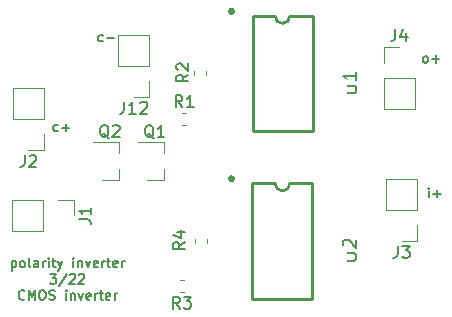
<source format=gto>
G04 #@! TF.GenerationSoftware,KiCad,Pcbnew,(5.1.5-0)*
G04 #@! TF.CreationDate,2022-03-29T15:48:06-06:00*
G04 #@! TF.ProjectId,polarity_swap,706f6c61-7269-4747-995f-737761702e6b,1*
G04 #@! TF.SameCoordinates,Original*
G04 #@! TF.FileFunction,Legend,Top*
G04 #@! TF.FilePolarity,Positive*
%FSLAX46Y46*%
G04 Gerber Fmt 4.6, Leading zero omitted, Abs format (unit mm)*
G04 Created by KiCad (PCBNEW (5.1.5-0)) date 2022-03-29 15:48:06*
%MOMM*%
%LPD*%
G04 APERTURE LIST*
%ADD10C,0.152400*%
%ADD11C,0.120000*%
%ADD12C,0.254000*%
%ADD13C,0.150000*%
%ADD14C,0.152000*%
%ADD15O,1.700000X1.700000*%
%ADD16R,1.700000X1.700000*%
%ADD17R,2.200000X1.600000*%
%ADD18R,0.900000X0.800000*%
G04 APERTURE END LIST*
D10*
X-42421980Y-19554228D02*
X-42421980Y-20367028D01*
X-42421980Y-19592933D02*
X-42344571Y-19554228D01*
X-42189752Y-19554228D01*
X-42112342Y-19592933D01*
X-42073638Y-19631638D01*
X-42034933Y-19709047D01*
X-42034933Y-19941276D01*
X-42073638Y-20018685D01*
X-42112342Y-20057390D01*
X-42189752Y-20096095D01*
X-42344571Y-20096095D01*
X-42421980Y-20057390D01*
X-41570476Y-20096095D02*
X-41647885Y-20057390D01*
X-41686590Y-20018685D01*
X-41725295Y-19941276D01*
X-41725295Y-19709047D01*
X-41686590Y-19631638D01*
X-41647885Y-19592933D01*
X-41570476Y-19554228D01*
X-41454361Y-19554228D01*
X-41376952Y-19592933D01*
X-41338247Y-19631638D01*
X-41299542Y-19709047D01*
X-41299542Y-19941276D01*
X-41338247Y-20018685D01*
X-41376952Y-20057390D01*
X-41454361Y-20096095D01*
X-41570476Y-20096095D01*
X-40835085Y-20096095D02*
X-40912495Y-20057390D01*
X-40951200Y-19979980D01*
X-40951200Y-19283295D01*
X-40177104Y-20096095D02*
X-40177104Y-19670342D01*
X-40215809Y-19592933D01*
X-40293219Y-19554228D01*
X-40448038Y-19554228D01*
X-40525447Y-19592933D01*
X-40177104Y-20057390D02*
X-40254514Y-20096095D01*
X-40448038Y-20096095D01*
X-40525447Y-20057390D01*
X-40564152Y-19979980D01*
X-40564152Y-19902571D01*
X-40525447Y-19825161D01*
X-40448038Y-19786457D01*
X-40254514Y-19786457D01*
X-40177104Y-19747752D01*
X-39790057Y-20096095D02*
X-39790057Y-19554228D01*
X-39790057Y-19709047D02*
X-39751352Y-19631638D01*
X-39712647Y-19592933D01*
X-39635238Y-19554228D01*
X-39557828Y-19554228D01*
X-39286895Y-20096095D02*
X-39286895Y-19554228D01*
X-39286895Y-19283295D02*
X-39325600Y-19322000D01*
X-39286895Y-19360704D01*
X-39248190Y-19322000D01*
X-39286895Y-19283295D01*
X-39286895Y-19360704D01*
X-39015961Y-19554228D02*
X-38706323Y-19554228D01*
X-38899847Y-19283295D02*
X-38899847Y-19979980D01*
X-38861142Y-20057390D01*
X-38783733Y-20096095D01*
X-38706323Y-20096095D01*
X-38512800Y-19554228D02*
X-38319276Y-20096095D01*
X-38125752Y-19554228D02*
X-38319276Y-20096095D01*
X-38396685Y-20289619D01*
X-38435390Y-20328323D01*
X-38512800Y-20367028D01*
X-37196838Y-20096095D02*
X-37196838Y-19554228D01*
X-37196838Y-19283295D02*
X-37235542Y-19322000D01*
X-37196838Y-19360704D01*
X-37158133Y-19322000D01*
X-37196838Y-19283295D01*
X-37196838Y-19360704D01*
X-36809790Y-19554228D02*
X-36809790Y-20096095D01*
X-36809790Y-19631638D02*
X-36771085Y-19592933D01*
X-36693676Y-19554228D01*
X-36577561Y-19554228D01*
X-36500152Y-19592933D01*
X-36461447Y-19670342D01*
X-36461447Y-20096095D01*
X-36151809Y-19554228D02*
X-35958285Y-20096095D01*
X-35764761Y-19554228D01*
X-35145485Y-20057390D02*
X-35222895Y-20096095D01*
X-35377714Y-20096095D01*
X-35455123Y-20057390D01*
X-35493828Y-19979980D01*
X-35493828Y-19670342D01*
X-35455123Y-19592933D01*
X-35377714Y-19554228D01*
X-35222895Y-19554228D01*
X-35145485Y-19592933D01*
X-35106780Y-19670342D01*
X-35106780Y-19747752D01*
X-35493828Y-19825161D01*
X-34758438Y-20096095D02*
X-34758438Y-19554228D01*
X-34758438Y-19709047D02*
X-34719733Y-19631638D01*
X-34681028Y-19592933D01*
X-34603619Y-19554228D01*
X-34526209Y-19554228D01*
X-34371390Y-19554228D02*
X-34061752Y-19554228D01*
X-34255276Y-19283295D02*
X-34255276Y-19979980D01*
X-34216571Y-20057390D01*
X-34139161Y-20096095D01*
X-34061752Y-20096095D01*
X-33481180Y-20057390D02*
X-33558590Y-20096095D01*
X-33713409Y-20096095D01*
X-33790819Y-20057390D01*
X-33829523Y-19979980D01*
X-33829523Y-19670342D01*
X-33790819Y-19592933D01*
X-33713409Y-19554228D01*
X-33558590Y-19554228D01*
X-33481180Y-19592933D01*
X-33442476Y-19670342D01*
X-33442476Y-19747752D01*
X-33829523Y-19825161D01*
X-33094133Y-20096095D02*
X-33094133Y-19554228D01*
X-33094133Y-19709047D02*
X-33055428Y-19631638D01*
X-33016723Y-19592933D01*
X-32939314Y-19554228D01*
X-32861904Y-19554228D01*
X-39170780Y-20654895D02*
X-38667619Y-20654895D01*
X-38938552Y-20964533D01*
X-38822438Y-20964533D01*
X-38745028Y-21003238D01*
X-38706323Y-21041942D01*
X-38667619Y-21119352D01*
X-38667619Y-21312876D01*
X-38706323Y-21390285D01*
X-38745028Y-21428990D01*
X-38822438Y-21467695D01*
X-39054666Y-21467695D01*
X-39132076Y-21428990D01*
X-39170780Y-21390285D01*
X-37738704Y-20616190D02*
X-38435390Y-21661219D01*
X-37506476Y-20732304D02*
X-37467771Y-20693600D01*
X-37390361Y-20654895D01*
X-37196838Y-20654895D01*
X-37119428Y-20693600D01*
X-37080723Y-20732304D01*
X-37042019Y-20809714D01*
X-37042019Y-20887123D01*
X-37080723Y-21003238D01*
X-37545180Y-21467695D01*
X-37042019Y-21467695D01*
X-36732380Y-20732304D02*
X-36693676Y-20693600D01*
X-36616266Y-20654895D01*
X-36422742Y-20654895D01*
X-36345333Y-20693600D01*
X-36306628Y-20732304D01*
X-36267923Y-20809714D01*
X-36267923Y-20887123D01*
X-36306628Y-21003238D01*
X-36771085Y-21467695D01*
X-36267923Y-21467695D01*
X-41338247Y-22761885D02*
X-41376952Y-22800590D01*
X-41493066Y-22839295D01*
X-41570476Y-22839295D01*
X-41686590Y-22800590D01*
X-41763999Y-22723180D01*
X-41802704Y-22645771D01*
X-41841409Y-22490952D01*
X-41841409Y-22374838D01*
X-41802704Y-22220019D01*
X-41763999Y-22142609D01*
X-41686590Y-22065200D01*
X-41570476Y-22026495D01*
X-41493066Y-22026495D01*
X-41376952Y-22065200D01*
X-41338247Y-22103904D01*
X-40989904Y-22839295D02*
X-40989904Y-22026495D01*
X-40718971Y-22607066D01*
X-40448038Y-22026495D01*
X-40448038Y-22839295D01*
X-39906171Y-22026495D02*
X-39751352Y-22026495D01*
X-39673942Y-22065200D01*
X-39596533Y-22142609D01*
X-39557828Y-22297428D01*
X-39557828Y-22568361D01*
X-39596533Y-22723180D01*
X-39673942Y-22800590D01*
X-39751352Y-22839295D01*
X-39906171Y-22839295D01*
X-39983580Y-22800590D01*
X-40060990Y-22723180D01*
X-40099695Y-22568361D01*
X-40099695Y-22297428D01*
X-40060990Y-22142609D01*
X-39983580Y-22065200D01*
X-39906171Y-22026495D01*
X-39248190Y-22800590D02*
X-39132076Y-22839295D01*
X-38938552Y-22839295D01*
X-38861142Y-22800590D01*
X-38822438Y-22761885D01*
X-38783733Y-22684476D01*
X-38783733Y-22607066D01*
X-38822438Y-22529657D01*
X-38861142Y-22490952D01*
X-38938552Y-22452247D01*
X-39093371Y-22413542D01*
X-39170780Y-22374838D01*
X-39209485Y-22336133D01*
X-39248190Y-22258723D01*
X-39248190Y-22181314D01*
X-39209485Y-22103904D01*
X-39170780Y-22065200D01*
X-39093371Y-22026495D01*
X-38899847Y-22026495D01*
X-38783733Y-22065200D01*
X-37816114Y-22839295D02*
X-37816114Y-22297428D01*
X-37816114Y-22026495D02*
X-37854819Y-22065200D01*
X-37816114Y-22103904D01*
X-37777409Y-22065200D01*
X-37816114Y-22026495D01*
X-37816114Y-22103904D01*
X-37429066Y-22297428D02*
X-37429066Y-22839295D01*
X-37429066Y-22374838D02*
X-37390361Y-22336133D01*
X-37312952Y-22297428D01*
X-37196838Y-22297428D01*
X-37119428Y-22336133D01*
X-37080723Y-22413542D01*
X-37080723Y-22839295D01*
X-36771085Y-22297428D02*
X-36577561Y-22839295D01*
X-36384038Y-22297428D01*
X-35764761Y-22800590D02*
X-35842171Y-22839295D01*
X-35996990Y-22839295D01*
X-36074400Y-22800590D01*
X-36113104Y-22723180D01*
X-36113104Y-22413542D01*
X-36074400Y-22336133D01*
X-35996990Y-22297428D01*
X-35842171Y-22297428D01*
X-35764761Y-22336133D01*
X-35726057Y-22413542D01*
X-35726057Y-22490952D01*
X-36113104Y-22568361D01*
X-35377714Y-22839295D02*
X-35377714Y-22297428D01*
X-35377714Y-22452247D02*
X-35339009Y-22374838D01*
X-35300304Y-22336133D01*
X-35222895Y-22297428D01*
X-35145485Y-22297428D01*
X-34990666Y-22297428D02*
X-34681028Y-22297428D01*
X-34874552Y-22026495D02*
X-34874552Y-22723180D01*
X-34835847Y-22800590D01*
X-34758438Y-22839295D01*
X-34681028Y-22839295D01*
X-34100457Y-22800590D02*
X-34177866Y-22839295D01*
X-34332685Y-22839295D01*
X-34410095Y-22800590D01*
X-34448800Y-22723180D01*
X-34448800Y-22413542D01*
X-34410095Y-22336133D01*
X-34332685Y-22297428D01*
X-34177866Y-22297428D01*
X-34100457Y-22336133D01*
X-34061752Y-22413542D01*
X-34061752Y-22490952D01*
X-34448800Y-22568361D01*
X-33713409Y-22839295D02*
X-33713409Y-22297428D01*
X-33713409Y-22452247D02*
X-33674704Y-22374838D01*
X-33636000Y-22336133D01*
X-33558590Y-22297428D01*
X-33481180Y-22297428D01*
X-7103161Y-14167695D02*
X-7103161Y-13625828D01*
X-7103161Y-13354895D02*
X-7141866Y-13393600D01*
X-7103161Y-13432304D01*
X-7064457Y-13393600D01*
X-7103161Y-13354895D01*
X-7103161Y-13432304D01*
X-6716114Y-13858057D02*
X-6096838Y-13858057D01*
X-6406476Y-14167695D02*
X-6406476Y-13548419D01*
X-7461219Y-2767695D02*
X-7538628Y-2728990D01*
X-7577333Y-2690285D01*
X-7616038Y-2612876D01*
X-7616038Y-2380647D01*
X-7577333Y-2303238D01*
X-7538628Y-2264533D01*
X-7461219Y-2225828D01*
X-7345104Y-2225828D01*
X-7267695Y-2264533D01*
X-7228990Y-2303238D01*
X-7190285Y-2380647D01*
X-7190285Y-2612876D01*
X-7228990Y-2690285D01*
X-7267695Y-2728990D01*
X-7345104Y-2767695D01*
X-7461219Y-2767695D01*
X-6841942Y-2458057D02*
X-6222666Y-2458057D01*
X-6532304Y-2767695D02*
X-6532304Y-2148419D01*
X-34709638Y-928990D02*
X-34787047Y-967695D01*
X-34941866Y-967695D01*
X-35019276Y-928990D01*
X-35057980Y-890285D01*
X-35096685Y-812876D01*
X-35096685Y-580647D01*
X-35057980Y-503238D01*
X-35019276Y-464533D01*
X-34941866Y-425828D01*
X-34787047Y-425828D01*
X-34709638Y-464533D01*
X-34361295Y-658057D02*
X-33742019Y-658057D01*
X-38509638Y-8528990D02*
X-38587047Y-8567695D01*
X-38741866Y-8567695D01*
X-38819276Y-8528990D01*
X-38857980Y-8490285D01*
X-38896685Y-8412876D01*
X-38896685Y-8180647D01*
X-38857980Y-8103238D01*
X-38819276Y-8064533D01*
X-38741866Y-8025828D01*
X-38587047Y-8025828D01*
X-38509638Y-8064533D01*
X-38161295Y-8258057D02*
X-37542019Y-8258057D01*
X-37851657Y-8567695D02*
X-37851657Y-7948419D01*
D11*
X-10930000Y-1470000D02*
X-9600000Y-1470000D01*
X-10930000Y-2800000D02*
X-10930000Y-1470000D01*
X-10930000Y-4070000D02*
X-8270000Y-4070000D01*
X-8270000Y-4070000D02*
X-8270000Y-6670000D01*
X-10930000Y-4070000D02*
X-10930000Y-6670000D01*
X-10930000Y-6670000D02*
X-8270000Y-6670000D01*
X-8070000Y-17830000D02*
X-9400000Y-17830000D01*
X-8070000Y-16500000D02*
X-8070000Y-17830000D01*
X-8070000Y-15230000D02*
X-10730000Y-15230000D01*
X-10730000Y-15230000D02*
X-10730000Y-12630000D01*
X-8070000Y-15230000D02*
X-8070000Y-12630000D01*
X-8070000Y-12630000D02*
X-10730000Y-12630000D01*
X-39670000Y-10130000D02*
X-41000000Y-10130000D01*
X-39670000Y-8800000D02*
X-39670000Y-10130000D01*
X-39670000Y-7530000D02*
X-42330000Y-7530000D01*
X-42330000Y-7530000D02*
X-42330000Y-4930000D01*
X-39670000Y-7530000D02*
X-39670000Y-4930000D01*
X-39670000Y-4930000D02*
X-42330000Y-4930000D01*
X-37170000Y-14370000D02*
X-37170000Y-15700000D01*
X-38500000Y-14370000D02*
X-37170000Y-14370000D01*
X-39770000Y-14370000D02*
X-39770000Y-17030000D01*
X-39770000Y-17030000D02*
X-42370000Y-17030000D01*
X-39770000Y-14370000D02*
X-42370000Y-14370000D01*
X-42370000Y-14370000D02*
X-42370000Y-17030000D01*
D12*
X-23638000Y-12593000D02*
G75*
G03X-23638000Y-12593000I-180000J0D01*
G01*
X-20135000Y-12974000D02*
G75*
G03X-18865000Y-12974000I635000J0D01*
G01*
X-22040000Y-12974000D02*
X-20135000Y-12974000D01*
X-22040000Y-22753000D02*
X-22040000Y-12974000D01*
X-16960000Y-22753000D02*
X-22040000Y-22753000D01*
X-16960000Y-12974000D02*
X-16960000Y-22753000D01*
X-18865000Y-12974000D02*
X-16960000Y-12974000D01*
X-23629000Y1582001D02*
G75*
G03X-23629000Y1582001I-180000J0D01*
G01*
X-20126000Y1201001D02*
G75*
G03X-18856000Y1201001I635000J0D01*
G01*
X-22031000Y1201001D02*
X-20126000Y1201001D01*
X-22031000Y-8577999D02*
X-22031000Y1201001D01*
X-16951000Y-8577999D02*
X-22031000Y-8577999D01*
X-16951000Y1201001D02*
X-16951000Y-8577999D01*
X-18856000Y1201001D02*
X-16951000Y1201001D01*
D11*
X-26910000Y-17653733D02*
X-26910000Y-17996267D01*
X-25890000Y-17653733D02*
X-25890000Y-17996267D01*
X-27853733Y-21190000D02*
X-28196267Y-21190000D01*
X-27853733Y-22210000D02*
X-28196267Y-22210000D01*
X-25990000Y-3771267D02*
X-25990000Y-3428733D01*
X-27010000Y-3771267D02*
X-27010000Y-3428733D01*
X-27971267Y-8010000D02*
X-27628733Y-8010000D01*
X-27971267Y-6990000D02*
X-27628733Y-6990000D01*
X-33340000Y-12680000D02*
X-34800000Y-12680000D01*
X-33340000Y-9520000D02*
X-35500000Y-9520000D01*
X-33340000Y-9520000D02*
X-33340000Y-10450000D01*
X-33340000Y-12680000D02*
X-33340000Y-11750000D01*
X-29540000Y-12680000D02*
X-31000000Y-12680000D01*
X-29540000Y-9520000D02*
X-31700000Y-9520000D01*
X-29540000Y-9520000D02*
X-29540000Y-10450000D01*
X-29540000Y-12680000D02*
X-29540000Y-11750000D01*
X-30770000Y-5630000D02*
X-32100000Y-5630000D01*
X-30770000Y-4300000D02*
X-30770000Y-5630000D01*
X-30770000Y-3030000D02*
X-33430000Y-3030000D01*
X-33430000Y-3030000D02*
X-33430000Y-430000D01*
X-30770000Y-3030000D02*
X-30770000Y-430000D01*
X-30770000Y-430000D02*
X-33430000Y-430000D01*
D13*
X-9933333Y77619D02*
X-9933333Y-636666D01*
X-9980952Y-779523D01*
X-10076190Y-874761D01*
X-10219047Y-922380D01*
X-10314285Y-922380D01*
X-9028571Y-255714D02*
X-9028571Y-922380D01*
X-9266666Y125238D02*
X-9504761Y-589047D01*
X-8885714Y-589047D01*
X-9733333Y-18282380D02*
X-9733333Y-18996666D01*
X-9780952Y-19139523D01*
X-9876190Y-19234761D01*
X-10019047Y-19282380D01*
X-10114285Y-19282380D01*
X-9352380Y-18282380D02*
X-8733333Y-18282380D01*
X-9066666Y-18663333D01*
X-8923809Y-18663333D01*
X-8828571Y-18710952D01*
X-8780952Y-18758571D01*
X-8733333Y-18853809D01*
X-8733333Y-19091904D01*
X-8780952Y-19187142D01*
X-8828571Y-19234761D01*
X-8923809Y-19282380D01*
X-9209523Y-19282380D01*
X-9304761Y-19234761D01*
X-9352380Y-19187142D01*
X-41333333Y-10582380D02*
X-41333333Y-11296666D01*
X-41380952Y-11439523D01*
X-41476190Y-11534761D01*
X-41619047Y-11582380D01*
X-41714285Y-11582380D01*
X-40904761Y-10677619D02*
X-40857142Y-10630000D01*
X-40761904Y-10582380D01*
X-40523809Y-10582380D01*
X-40428571Y-10630000D01*
X-40380952Y-10677619D01*
X-40333333Y-10772857D01*
X-40333333Y-10868095D01*
X-40380952Y-11010952D01*
X-40952380Y-11582380D01*
X-40333333Y-11582380D01*
X-36717619Y-16033333D02*
X-36003333Y-16033333D01*
X-35860476Y-16080952D01*
X-35765238Y-16176190D01*
X-35717619Y-16319047D01*
X-35717619Y-16414285D01*
X-35717619Y-15033333D02*
X-35717619Y-15604761D01*
X-35717619Y-15319047D02*
X-36717619Y-15319047D01*
X-36574761Y-15414285D01*
X-36479523Y-15509523D01*
X-36431904Y-15604761D01*
D14*
X-14384928Y-19531657D02*
X-13459642Y-19531657D01*
X-13350785Y-19477228D01*
X-13296357Y-19422800D01*
X-13241928Y-19313942D01*
X-13241928Y-19096228D01*
X-13296357Y-18987371D01*
X-13350785Y-18932942D01*
X-13459642Y-18878514D01*
X-14384928Y-18878514D01*
X-14276071Y-18388657D02*
X-14330500Y-18334228D01*
X-14384928Y-18225371D01*
X-14384928Y-17953228D01*
X-14330500Y-17844371D01*
X-14276071Y-17789942D01*
X-14167214Y-17735514D01*
X-14058357Y-17735514D01*
X-13895071Y-17789942D01*
X-13241928Y-18443085D01*
X-13241928Y-17735514D01*
X-14375928Y-5356656D02*
X-13450642Y-5356656D01*
X-13341785Y-5302227D01*
X-13287357Y-5247799D01*
X-13232928Y-5138941D01*
X-13232928Y-4921227D01*
X-13287357Y-4812370D01*
X-13341785Y-4757941D01*
X-13450642Y-4703513D01*
X-14375928Y-4703513D01*
X-13232928Y-3560513D02*
X-13232928Y-4213656D01*
X-13232928Y-3887084D02*
X-14375928Y-3887084D01*
X-14212642Y-3995941D01*
X-14103785Y-4104799D01*
X-14049357Y-4213656D01*
D13*
X-27747619Y-17966666D02*
X-28223809Y-18300000D01*
X-27747619Y-18538095D02*
X-28747619Y-18538095D01*
X-28747619Y-18157142D01*
X-28700000Y-18061904D01*
X-28652380Y-18014285D01*
X-28557142Y-17966666D01*
X-28414285Y-17966666D01*
X-28319047Y-18014285D01*
X-28271428Y-18061904D01*
X-28223809Y-18157142D01*
X-28223809Y-18538095D01*
X-28414285Y-17109523D02*
X-27747619Y-17109523D01*
X-28795238Y-17347619D02*
X-28080952Y-17585714D01*
X-28080952Y-16966666D01*
X-28191666Y-23582380D02*
X-28525000Y-23106190D01*
X-28763095Y-23582380D02*
X-28763095Y-22582380D01*
X-28382142Y-22582380D01*
X-28286904Y-22630000D01*
X-28239285Y-22677619D01*
X-28191666Y-22772857D01*
X-28191666Y-22915714D01*
X-28239285Y-23010952D01*
X-28286904Y-23058571D01*
X-28382142Y-23106190D01*
X-28763095Y-23106190D01*
X-27858333Y-22582380D02*
X-27239285Y-22582380D01*
X-27572619Y-22963333D01*
X-27429761Y-22963333D01*
X-27334523Y-23010952D01*
X-27286904Y-23058571D01*
X-27239285Y-23153809D01*
X-27239285Y-23391904D01*
X-27286904Y-23487142D01*
X-27334523Y-23534761D01*
X-27429761Y-23582380D01*
X-27715476Y-23582380D01*
X-27810714Y-23534761D01*
X-27858333Y-23487142D01*
X-27477619Y-3766666D02*
X-27953809Y-4100000D01*
X-27477619Y-4338095D02*
X-28477619Y-4338095D01*
X-28477619Y-3957142D01*
X-28430000Y-3861904D01*
X-28382380Y-3814285D01*
X-28287142Y-3766666D01*
X-28144285Y-3766666D01*
X-28049047Y-3814285D01*
X-28001428Y-3861904D01*
X-27953809Y-3957142D01*
X-27953809Y-4338095D01*
X-28382380Y-3385714D02*
X-28430000Y-3338095D01*
X-28477619Y-3242857D01*
X-28477619Y-3004761D01*
X-28430000Y-2909523D01*
X-28382380Y-2861904D01*
X-28287142Y-2814285D01*
X-28191904Y-2814285D01*
X-28049047Y-2861904D01*
X-27477619Y-3433333D01*
X-27477619Y-2814285D01*
X-27966666Y-6522380D02*
X-28300000Y-6046190D01*
X-28538095Y-6522380D02*
X-28538095Y-5522380D01*
X-28157142Y-5522380D01*
X-28061904Y-5570000D01*
X-28014285Y-5617619D01*
X-27966666Y-5712857D01*
X-27966666Y-5855714D01*
X-28014285Y-5950952D01*
X-28061904Y-5998571D01*
X-28157142Y-6046190D01*
X-28538095Y-6046190D01*
X-27014285Y-6522380D02*
X-27585714Y-6522380D01*
X-27300000Y-6522380D02*
X-27300000Y-5522380D01*
X-27395238Y-5665238D01*
X-27490476Y-5760476D01*
X-27585714Y-5808095D01*
X-34195238Y-9147619D02*
X-34290476Y-9100000D01*
X-34385714Y-9004761D01*
X-34528571Y-8861904D01*
X-34623809Y-8814285D01*
X-34719047Y-8814285D01*
X-34671428Y-9052380D02*
X-34766666Y-9004761D01*
X-34861904Y-8909523D01*
X-34909523Y-8719047D01*
X-34909523Y-8385714D01*
X-34861904Y-8195238D01*
X-34766666Y-8100000D01*
X-34671428Y-8052380D01*
X-34480952Y-8052380D01*
X-34385714Y-8100000D01*
X-34290476Y-8195238D01*
X-34242857Y-8385714D01*
X-34242857Y-8719047D01*
X-34290476Y-8909523D01*
X-34385714Y-9004761D01*
X-34480952Y-9052380D01*
X-34671428Y-9052380D01*
X-33861904Y-8147619D02*
X-33814285Y-8100000D01*
X-33719047Y-8052380D01*
X-33480952Y-8052380D01*
X-33385714Y-8100000D01*
X-33338095Y-8147619D01*
X-33290476Y-8242857D01*
X-33290476Y-8338095D01*
X-33338095Y-8480952D01*
X-33909523Y-9052380D01*
X-33290476Y-9052380D01*
X-30395238Y-9147619D02*
X-30490476Y-9100000D01*
X-30585714Y-9004761D01*
X-30728571Y-8861904D01*
X-30823809Y-8814285D01*
X-30919047Y-8814285D01*
X-30871428Y-9052380D02*
X-30966666Y-9004761D01*
X-31061904Y-8909523D01*
X-31109523Y-8719047D01*
X-31109523Y-8385714D01*
X-31061904Y-8195238D01*
X-30966666Y-8100000D01*
X-30871428Y-8052380D01*
X-30680952Y-8052380D01*
X-30585714Y-8100000D01*
X-30490476Y-8195238D01*
X-30442857Y-8385714D01*
X-30442857Y-8719047D01*
X-30490476Y-8909523D01*
X-30585714Y-9004761D01*
X-30680952Y-9052380D01*
X-30871428Y-9052380D01*
X-29490476Y-9052380D02*
X-30061904Y-9052380D01*
X-29776190Y-9052380D02*
X-29776190Y-8052380D01*
X-29871428Y-8195238D01*
X-29966666Y-8290476D01*
X-30061904Y-8338095D01*
X-32909523Y-6082380D02*
X-32909523Y-6796666D01*
X-32957142Y-6939523D01*
X-33052380Y-7034761D01*
X-33195238Y-7082380D01*
X-33290476Y-7082380D01*
X-31909523Y-7082380D02*
X-32480952Y-7082380D01*
X-32195238Y-7082380D02*
X-32195238Y-6082380D01*
X-32290476Y-6225238D01*
X-32385714Y-6320476D01*
X-32480952Y-6368095D01*
X-31528571Y-6177619D02*
X-31480952Y-6130000D01*
X-31385714Y-6082380D01*
X-31147619Y-6082380D01*
X-31052380Y-6130000D01*
X-31004761Y-6177619D01*
X-30957142Y-6272857D01*
X-30957142Y-6368095D01*
X-31004761Y-6510952D01*
X-31576190Y-7082380D01*
X-30957142Y-7082380D01*
%LPC*%
D15*
X-9600000Y-5340000D03*
D16*
X-9600000Y-2800000D03*
D15*
X-9400000Y-13960000D03*
D16*
X-9400000Y-16500000D03*
D15*
X-41000000Y-6260000D03*
D16*
X-41000000Y-8800000D03*
D15*
X-41040000Y-15700000D03*
D16*
X-38500000Y-15700000D03*
D17*
X-23850000Y-13990000D03*
X-23850000Y-16530000D03*
X-15150000Y-19070000D03*
X-23850000Y-21610000D03*
X-15150000Y-21610000D03*
X-15150000Y-16530000D03*
X-15150000Y-13990000D03*
X-23850000Y-19070000D03*
X-23841000Y185001D03*
X-23841000Y-2354999D03*
X-15141000Y-4894999D03*
X-23841000Y-7434999D03*
X-15141000Y-7434999D03*
X-15141000Y-2354999D03*
X-15141000Y185001D03*
X-23841000Y-4894999D03*
D10*
G36*
X-26139221Y-18176144D02*
G01*
X-26116166Y-18179563D01*
X-26093557Y-18185227D01*
X-26071613Y-18193079D01*
X-26050543Y-18203044D01*
X-26030552Y-18215026D01*
X-26011832Y-18228910D01*
X-25994562Y-18244562D01*
X-25978910Y-18261832D01*
X-25965026Y-18280552D01*
X-25953044Y-18300543D01*
X-25943079Y-18321613D01*
X-25935227Y-18343557D01*
X-25929563Y-18366166D01*
X-25926144Y-18389221D01*
X-25925000Y-18412500D01*
X-25925000Y-18987500D01*
X-25926144Y-19010779D01*
X-25929563Y-19033834D01*
X-25935227Y-19056443D01*
X-25943079Y-19078387D01*
X-25953044Y-19099457D01*
X-25965026Y-19119448D01*
X-25978910Y-19138168D01*
X-25994562Y-19155438D01*
X-26011832Y-19171090D01*
X-26030552Y-19184974D01*
X-26050543Y-19196956D01*
X-26071613Y-19206921D01*
X-26093557Y-19214773D01*
X-26116166Y-19220437D01*
X-26139221Y-19223856D01*
X-26162500Y-19225000D01*
X-26637500Y-19225000D01*
X-26660779Y-19223856D01*
X-26683834Y-19220437D01*
X-26706443Y-19214773D01*
X-26728387Y-19206921D01*
X-26749457Y-19196956D01*
X-26769448Y-19184974D01*
X-26788168Y-19171090D01*
X-26805438Y-19155438D01*
X-26821090Y-19138168D01*
X-26834974Y-19119448D01*
X-26846956Y-19099457D01*
X-26856921Y-19078387D01*
X-26864773Y-19056443D01*
X-26870437Y-19033834D01*
X-26873856Y-19010779D01*
X-26875000Y-18987500D01*
X-26875000Y-18412500D01*
X-26873856Y-18389221D01*
X-26870437Y-18366166D01*
X-26864773Y-18343557D01*
X-26856921Y-18321613D01*
X-26846956Y-18300543D01*
X-26834974Y-18280552D01*
X-26821090Y-18261832D01*
X-26805438Y-18244562D01*
X-26788168Y-18228910D01*
X-26769448Y-18215026D01*
X-26749457Y-18203044D01*
X-26728387Y-18193079D01*
X-26706443Y-18185227D01*
X-26683834Y-18179563D01*
X-26660779Y-18176144D01*
X-26637500Y-18175000D01*
X-26162500Y-18175000D01*
X-26139221Y-18176144D01*
G37*
G36*
X-26139221Y-16426144D02*
G01*
X-26116166Y-16429563D01*
X-26093557Y-16435227D01*
X-26071613Y-16443079D01*
X-26050543Y-16453044D01*
X-26030552Y-16465026D01*
X-26011832Y-16478910D01*
X-25994562Y-16494562D01*
X-25978910Y-16511832D01*
X-25965026Y-16530552D01*
X-25953044Y-16550543D01*
X-25943079Y-16571613D01*
X-25935227Y-16593557D01*
X-25929563Y-16616166D01*
X-25926144Y-16639221D01*
X-25925000Y-16662500D01*
X-25925000Y-17237500D01*
X-25926144Y-17260779D01*
X-25929563Y-17283834D01*
X-25935227Y-17306443D01*
X-25943079Y-17328387D01*
X-25953044Y-17349457D01*
X-25965026Y-17369448D01*
X-25978910Y-17388168D01*
X-25994562Y-17405438D01*
X-26011832Y-17421090D01*
X-26030552Y-17434974D01*
X-26050543Y-17446956D01*
X-26071613Y-17456921D01*
X-26093557Y-17464773D01*
X-26116166Y-17470437D01*
X-26139221Y-17473856D01*
X-26162500Y-17475000D01*
X-26637500Y-17475000D01*
X-26660779Y-17473856D01*
X-26683834Y-17470437D01*
X-26706443Y-17464773D01*
X-26728387Y-17456921D01*
X-26749457Y-17446956D01*
X-26769448Y-17434974D01*
X-26788168Y-17421090D01*
X-26805438Y-17405438D01*
X-26821090Y-17388168D01*
X-26834974Y-17369448D01*
X-26846956Y-17349457D01*
X-26856921Y-17328387D01*
X-26864773Y-17306443D01*
X-26870437Y-17283834D01*
X-26873856Y-17260779D01*
X-26875000Y-17237500D01*
X-26875000Y-16662500D01*
X-26873856Y-16639221D01*
X-26870437Y-16616166D01*
X-26864773Y-16593557D01*
X-26856921Y-16571613D01*
X-26846956Y-16550543D01*
X-26834974Y-16530552D01*
X-26821090Y-16511832D01*
X-26805438Y-16494562D01*
X-26788168Y-16478910D01*
X-26769448Y-16465026D01*
X-26749457Y-16453044D01*
X-26728387Y-16443079D01*
X-26706443Y-16435227D01*
X-26683834Y-16429563D01*
X-26660779Y-16426144D01*
X-26637500Y-16425000D01*
X-26162500Y-16425000D01*
X-26139221Y-16426144D01*
G37*
G36*
X-28589221Y-21226144D02*
G01*
X-28566166Y-21229563D01*
X-28543557Y-21235227D01*
X-28521613Y-21243079D01*
X-28500543Y-21253044D01*
X-28480552Y-21265026D01*
X-28461832Y-21278910D01*
X-28444562Y-21294562D01*
X-28428910Y-21311832D01*
X-28415026Y-21330552D01*
X-28403044Y-21350543D01*
X-28393079Y-21371613D01*
X-28385227Y-21393557D01*
X-28379563Y-21416166D01*
X-28376144Y-21439221D01*
X-28375000Y-21462500D01*
X-28375000Y-21937500D01*
X-28376144Y-21960779D01*
X-28379563Y-21983834D01*
X-28385227Y-22006443D01*
X-28393079Y-22028387D01*
X-28403044Y-22049457D01*
X-28415026Y-22069448D01*
X-28428910Y-22088168D01*
X-28444562Y-22105438D01*
X-28461832Y-22121090D01*
X-28480552Y-22134974D01*
X-28500543Y-22146956D01*
X-28521613Y-22156921D01*
X-28543557Y-22164773D01*
X-28566166Y-22170437D01*
X-28589221Y-22173856D01*
X-28612500Y-22175000D01*
X-29187500Y-22175000D01*
X-29210779Y-22173856D01*
X-29233834Y-22170437D01*
X-29256443Y-22164773D01*
X-29278387Y-22156921D01*
X-29299457Y-22146956D01*
X-29319448Y-22134974D01*
X-29338168Y-22121090D01*
X-29355438Y-22105438D01*
X-29371090Y-22088168D01*
X-29384974Y-22069448D01*
X-29396956Y-22049457D01*
X-29406921Y-22028387D01*
X-29414773Y-22006443D01*
X-29420437Y-21983834D01*
X-29423856Y-21960779D01*
X-29425000Y-21937500D01*
X-29425000Y-21462500D01*
X-29423856Y-21439221D01*
X-29420437Y-21416166D01*
X-29414773Y-21393557D01*
X-29406921Y-21371613D01*
X-29396956Y-21350543D01*
X-29384974Y-21330552D01*
X-29371090Y-21311832D01*
X-29355438Y-21294562D01*
X-29338168Y-21278910D01*
X-29319448Y-21265026D01*
X-29299457Y-21253044D01*
X-29278387Y-21243079D01*
X-29256443Y-21235227D01*
X-29233834Y-21229563D01*
X-29210779Y-21226144D01*
X-29187500Y-21225000D01*
X-28612500Y-21225000D01*
X-28589221Y-21226144D01*
G37*
G36*
X-26839221Y-21226144D02*
G01*
X-26816166Y-21229563D01*
X-26793557Y-21235227D01*
X-26771613Y-21243079D01*
X-26750543Y-21253044D01*
X-26730552Y-21265026D01*
X-26711832Y-21278910D01*
X-26694562Y-21294562D01*
X-26678910Y-21311832D01*
X-26665026Y-21330552D01*
X-26653044Y-21350543D01*
X-26643079Y-21371613D01*
X-26635227Y-21393557D01*
X-26629563Y-21416166D01*
X-26626144Y-21439221D01*
X-26625000Y-21462500D01*
X-26625000Y-21937500D01*
X-26626144Y-21960779D01*
X-26629563Y-21983834D01*
X-26635227Y-22006443D01*
X-26643079Y-22028387D01*
X-26653044Y-22049457D01*
X-26665026Y-22069448D01*
X-26678910Y-22088168D01*
X-26694562Y-22105438D01*
X-26711832Y-22121090D01*
X-26730552Y-22134974D01*
X-26750543Y-22146956D01*
X-26771613Y-22156921D01*
X-26793557Y-22164773D01*
X-26816166Y-22170437D01*
X-26839221Y-22173856D01*
X-26862500Y-22175000D01*
X-27437500Y-22175000D01*
X-27460779Y-22173856D01*
X-27483834Y-22170437D01*
X-27506443Y-22164773D01*
X-27528387Y-22156921D01*
X-27549457Y-22146956D01*
X-27569448Y-22134974D01*
X-27588168Y-22121090D01*
X-27605438Y-22105438D01*
X-27621090Y-22088168D01*
X-27634974Y-22069448D01*
X-27646956Y-22049457D01*
X-27656921Y-22028387D01*
X-27664773Y-22006443D01*
X-27670437Y-21983834D01*
X-27673856Y-21960779D01*
X-27675000Y-21937500D01*
X-27675000Y-21462500D01*
X-27673856Y-21439221D01*
X-27670437Y-21416166D01*
X-27664773Y-21393557D01*
X-27656921Y-21371613D01*
X-27646956Y-21350543D01*
X-27634974Y-21330552D01*
X-27621090Y-21311832D01*
X-27605438Y-21294562D01*
X-27588168Y-21278910D01*
X-27569448Y-21265026D01*
X-27549457Y-21253044D01*
X-27528387Y-21243079D01*
X-27506443Y-21235227D01*
X-27483834Y-21229563D01*
X-27460779Y-21226144D01*
X-27437500Y-21225000D01*
X-26862500Y-21225000D01*
X-26839221Y-21226144D01*
G37*
G36*
X-26239221Y-2201144D02*
G01*
X-26216166Y-2204563D01*
X-26193557Y-2210227D01*
X-26171613Y-2218079D01*
X-26150543Y-2228044D01*
X-26130552Y-2240026D01*
X-26111832Y-2253910D01*
X-26094562Y-2269562D01*
X-26078910Y-2286832D01*
X-26065026Y-2305552D01*
X-26053044Y-2325543D01*
X-26043079Y-2346613D01*
X-26035227Y-2368557D01*
X-26029563Y-2391166D01*
X-26026144Y-2414221D01*
X-26025000Y-2437500D01*
X-26025000Y-3012500D01*
X-26026144Y-3035779D01*
X-26029563Y-3058834D01*
X-26035227Y-3081443D01*
X-26043079Y-3103387D01*
X-26053044Y-3124457D01*
X-26065026Y-3144448D01*
X-26078910Y-3163168D01*
X-26094562Y-3180438D01*
X-26111832Y-3196090D01*
X-26130552Y-3209974D01*
X-26150543Y-3221956D01*
X-26171613Y-3231921D01*
X-26193557Y-3239773D01*
X-26216166Y-3245437D01*
X-26239221Y-3248856D01*
X-26262500Y-3250000D01*
X-26737500Y-3250000D01*
X-26760779Y-3248856D01*
X-26783834Y-3245437D01*
X-26806443Y-3239773D01*
X-26828387Y-3231921D01*
X-26849457Y-3221956D01*
X-26869448Y-3209974D01*
X-26888168Y-3196090D01*
X-26905438Y-3180438D01*
X-26921090Y-3163168D01*
X-26934974Y-3144448D01*
X-26946956Y-3124457D01*
X-26956921Y-3103387D01*
X-26964773Y-3081443D01*
X-26970437Y-3058834D01*
X-26973856Y-3035779D01*
X-26975000Y-3012500D01*
X-26975000Y-2437500D01*
X-26973856Y-2414221D01*
X-26970437Y-2391166D01*
X-26964773Y-2368557D01*
X-26956921Y-2346613D01*
X-26946956Y-2325543D01*
X-26934974Y-2305552D01*
X-26921090Y-2286832D01*
X-26905438Y-2269562D01*
X-26888168Y-2253910D01*
X-26869448Y-2240026D01*
X-26849457Y-2228044D01*
X-26828387Y-2218079D01*
X-26806443Y-2210227D01*
X-26783834Y-2204563D01*
X-26760779Y-2201144D01*
X-26737500Y-2200000D01*
X-26262500Y-2200000D01*
X-26239221Y-2201144D01*
G37*
G36*
X-26239221Y-3951144D02*
G01*
X-26216166Y-3954563D01*
X-26193557Y-3960227D01*
X-26171613Y-3968079D01*
X-26150543Y-3978044D01*
X-26130552Y-3990026D01*
X-26111832Y-4003910D01*
X-26094562Y-4019562D01*
X-26078910Y-4036832D01*
X-26065026Y-4055552D01*
X-26053044Y-4075543D01*
X-26043079Y-4096613D01*
X-26035227Y-4118557D01*
X-26029563Y-4141166D01*
X-26026144Y-4164221D01*
X-26025000Y-4187500D01*
X-26025000Y-4762500D01*
X-26026144Y-4785779D01*
X-26029563Y-4808834D01*
X-26035227Y-4831443D01*
X-26043079Y-4853387D01*
X-26053044Y-4874457D01*
X-26065026Y-4894448D01*
X-26078910Y-4913168D01*
X-26094562Y-4930438D01*
X-26111832Y-4946090D01*
X-26130552Y-4959974D01*
X-26150543Y-4971956D01*
X-26171613Y-4981921D01*
X-26193557Y-4989773D01*
X-26216166Y-4995437D01*
X-26239221Y-4998856D01*
X-26262500Y-5000000D01*
X-26737500Y-5000000D01*
X-26760779Y-4998856D01*
X-26783834Y-4995437D01*
X-26806443Y-4989773D01*
X-26828387Y-4981921D01*
X-26849457Y-4971956D01*
X-26869448Y-4959974D01*
X-26888168Y-4946090D01*
X-26905438Y-4930438D01*
X-26921090Y-4913168D01*
X-26934974Y-4894448D01*
X-26946956Y-4874457D01*
X-26956921Y-4853387D01*
X-26964773Y-4831443D01*
X-26970437Y-4808834D01*
X-26973856Y-4785779D01*
X-26975000Y-4762500D01*
X-26975000Y-4187500D01*
X-26973856Y-4164221D01*
X-26970437Y-4141166D01*
X-26964773Y-4118557D01*
X-26956921Y-4096613D01*
X-26946956Y-4075543D01*
X-26934974Y-4055552D01*
X-26921090Y-4036832D01*
X-26905438Y-4019562D01*
X-26888168Y-4003910D01*
X-26869448Y-3990026D01*
X-26849457Y-3978044D01*
X-26828387Y-3968079D01*
X-26806443Y-3960227D01*
X-26783834Y-3954563D01*
X-26760779Y-3951144D01*
X-26737500Y-3950000D01*
X-26262500Y-3950000D01*
X-26239221Y-3951144D01*
G37*
G36*
X-26614221Y-7026144D02*
G01*
X-26591166Y-7029563D01*
X-26568557Y-7035227D01*
X-26546613Y-7043079D01*
X-26525543Y-7053044D01*
X-26505552Y-7065026D01*
X-26486832Y-7078910D01*
X-26469562Y-7094562D01*
X-26453910Y-7111832D01*
X-26440026Y-7130552D01*
X-26428044Y-7150543D01*
X-26418079Y-7171613D01*
X-26410227Y-7193557D01*
X-26404563Y-7216166D01*
X-26401144Y-7239221D01*
X-26400000Y-7262500D01*
X-26400000Y-7737500D01*
X-26401144Y-7760779D01*
X-26404563Y-7783834D01*
X-26410227Y-7806443D01*
X-26418079Y-7828387D01*
X-26428044Y-7849457D01*
X-26440026Y-7869448D01*
X-26453910Y-7888168D01*
X-26469562Y-7905438D01*
X-26486832Y-7921090D01*
X-26505552Y-7934974D01*
X-26525543Y-7946956D01*
X-26546613Y-7956921D01*
X-26568557Y-7964773D01*
X-26591166Y-7970437D01*
X-26614221Y-7973856D01*
X-26637500Y-7975000D01*
X-27212500Y-7975000D01*
X-27235779Y-7973856D01*
X-27258834Y-7970437D01*
X-27281443Y-7964773D01*
X-27303387Y-7956921D01*
X-27324457Y-7946956D01*
X-27344448Y-7934974D01*
X-27363168Y-7921090D01*
X-27380438Y-7905438D01*
X-27396090Y-7888168D01*
X-27409974Y-7869448D01*
X-27421956Y-7849457D01*
X-27431921Y-7828387D01*
X-27439773Y-7806443D01*
X-27445437Y-7783834D01*
X-27448856Y-7760779D01*
X-27450000Y-7737500D01*
X-27450000Y-7262500D01*
X-27448856Y-7239221D01*
X-27445437Y-7216166D01*
X-27439773Y-7193557D01*
X-27431921Y-7171613D01*
X-27421956Y-7150543D01*
X-27409974Y-7130552D01*
X-27396090Y-7111832D01*
X-27380438Y-7094562D01*
X-27363168Y-7078910D01*
X-27344448Y-7065026D01*
X-27324457Y-7053044D01*
X-27303387Y-7043079D01*
X-27281443Y-7035227D01*
X-27258834Y-7029563D01*
X-27235779Y-7026144D01*
X-27212500Y-7025000D01*
X-26637500Y-7025000D01*
X-26614221Y-7026144D01*
G37*
G36*
X-28364221Y-7026144D02*
G01*
X-28341166Y-7029563D01*
X-28318557Y-7035227D01*
X-28296613Y-7043079D01*
X-28275543Y-7053044D01*
X-28255552Y-7065026D01*
X-28236832Y-7078910D01*
X-28219562Y-7094562D01*
X-28203910Y-7111832D01*
X-28190026Y-7130552D01*
X-28178044Y-7150543D01*
X-28168079Y-7171613D01*
X-28160227Y-7193557D01*
X-28154563Y-7216166D01*
X-28151144Y-7239221D01*
X-28150000Y-7262500D01*
X-28150000Y-7737500D01*
X-28151144Y-7760779D01*
X-28154563Y-7783834D01*
X-28160227Y-7806443D01*
X-28168079Y-7828387D01*
X-28178044Y-7849457D01*
X-28190026Y-7869448D01*
X-28203910Y-7888168D01*
X-28219562Y-7905438D01*
X-28236832Y-7921090D01*
X-28255552Y-7934974D01*
X-28275543Y-7946956D01*
X-28296613Y-7956921D01*
X-28318557Y-7964773D01*
X-28341166Y-7970437D01*
X-28364221Y-7973856D01*
X-28387500Y-7975000D01*
X-28962500Y-7975000D01*
X-28985779Y-7973856D01*
X-29008834Y-7970437D01*
X-29031443Y-7964773D01*
X-29053387Y-7956921D01*
X-29074457Y-7946956D01*
X-29094448Y-7934974D01*
X-29113168Y-7921090D01*
X-29130438Y-7905438D01*
X-29146090Y-7888168D01*
X-29159974Y-7869448D01*
X-29171956Y-7849457D01*
X-29181921Y-7828387D01*
X-29189773Y-7806443D01*
X-29195437Y-7783834D01*
X-29198856Y-7760779D01*
X-29200000Y-7737500D01*
X-29200000Y-7262500D01*
X-29198856Y-7239221D01*
X-29195437Y-7216166D01*
X-29189773Y-7193557D01*
X-29181921Y-7171613D01*
X-29171956Y-7150543D01*
X-29159974Y-7130552D01*
X-29146090Y-7111832D01*
X-29130438Y-7094562D01*
X-29113168Y-7078910D01*
X-29094448Y-7065026D01*
X-29074457Y-7053044D01*
X-29053387Y-7043079D01*
X-29031443Y-7035227D01*
X-29008834Y-7029563D01*
X-28985779Y-7026144D01*
X-28962500Y-7025000D01*
X-28387500Y-7025000D01*
X-28364221Y-7026144D01*
G37*
D18*
X-33100000Y-11100000D03*
X-35100000Y-12050000D03*
X-35100000Y-10150000D03*
X-29300000Y-11100000D03*
X-31300000Y-12050000D03*
X-31300000Y-10150000D03*
D15*
X-32100000Y-1760000D03*
D16*
X-32100000Y-4300000D03*
M02*

</source>
